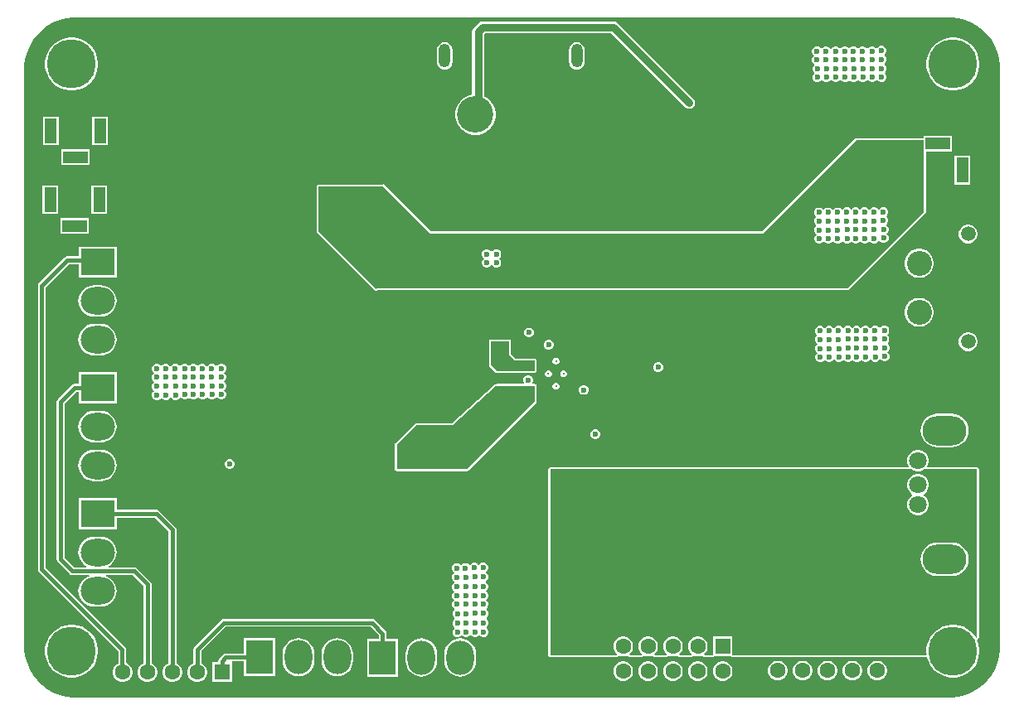
<source format=gbr>
%TF.GenerationSoftware,Altium Limited,Altium Designer,22.5.1 (42)*%
G04 Layer_Physical_Order=2*
G04 Layer_Color=36540*
%FSLAX44Y44*%
%MOMM*%
%TF.SameCoordinates,15DEB0BC-4505-4058-9DE8-AE4841CA441A*%
%TF.FilePolarity,Positive*%
%TF.FileFunction,Copper,L2,Inr,Signal*%
%TF.Part,Single*%
G01*
G75*
%TA.AperFunction,Conductor*%
%ADD29C,0.8000*%
%ADD30C,0.3810*%
%TA.AperFunction,ComponentPad*%
%ADD32C,2.5500*%
%ADD33C,1.5080*%
%ADD34C,0.3000*%
%ADD35O,3.5000X2.8000*%
%ADD36R,3.5000X2.8000*%
%ADD37R,2.5000X1.2000*%
%ADD38R,1.2000X2.5000*%
%ADD39C,1.6000*%
%ADD40R,1.6000X1.6000*%
%ADD41C,1.8000*%
%ADD42R,1.8000X1.8000*%
%ADD43O,4.5000X3.0000*%
%ADD44C,3.7160*%
%ADD45R,3.7160X3.7160*%
%ADD46O,1.2000X2.4000*%
%ADD47C,5.0000*%
%ADD48O,2.8000X3.5000*%
%ADD49R,2.8000X3.5000*%
%TA.AperFunction,ViaPad*%
%ADD50C,0.6000*%
%ADD51C,0.8000*%
G36*
X448641Y347881D02*
X455524Y346975D01*
X462230Y345178D01*
X468644Y342521D01*
X474657Y339050D01*
X480164Y334824D01*
X485074Y329914D01*
X489300Y324407D01*
X492771Y318394D01*
X495428Y311980D01*
X497225Y305274D01*
X498131Y298391D01*
Y294920D01*
X498131Y-294920D01*
X498131Y-298391D01*
X497225Y-305274D01*
X495428Y-311980D01*
X492771Y-318394D01*
X489300Y-324407D01*
X485074Y-329915D01*
X480164Y-334824D01*
X474657Y-339050D01*
X468644Y-342521D01*
X462230Y-345178D01*
X455524Y-346975D01*
X448641Y-347881D01*
X-448641D01*
X-455524Y-346975D01*
X-462230Y-345178D01*
X-468644Y-342521D01*
X-474657Y-339050D01*
X-480164Y-334824D01*
X-485074Y-329914D01*
X-489300Y-324407D01*
X-492771Y-318395D01*
X-495428Y-311980D01*
X-497225Y-305274D01*
X-498131Y-298391D01*
Y-294920D01*
Y294920D01*
Y298391D01*
X-497225Y305274D01*
X-495428Y311980D01*
X-492771Y318394D01*
X-489300Y324407D01*
X-485074Y329914D01*
X-480164Y334824D01*
X-474657Y339050D01*
X-468644Y342521D01*
X-462230Y345178D01*
X-455524Y346975D01*
X-448641Y347881D01*
X-445170D01*
X445170Y347881D01*
X448641Y347881D01*
D02*
G37*
%LPC*%
G36*
X377995Y318500D02*
X376006D01*
X374168Y317739D01*
X372937Y316508D01*
X372484Y316347D01*
X371417Y316404D01*
X370332Y317489D01*
X368495Y318250D01*
X366506D01*
X364668Y317489D01*
X363261Y316082D01*
X363260Y316079D01*
X361990D01*
X361989Y316082D01*
X360582Y317489D01*
X358745Y318250D01*
X356755D01*
X354918Y317489D01*
X353937Y316508D01*
X353125Y316220D01*
X352313Y316508D01*
X351332Y317489D01*
X349495Y318250D01*
X347505D01*
X345668Y317489D01*
X344955Y316776D01*
X344125Y316180D01*
X343295Y316776D01*
X342582Y317489D01*
X340745Y318250D01*
X338755D01*
X336918Y317489D01*
X335687Y316258D01*
X335234Y316097D01*
X334166Y316155D01*
X333082Y317239D01*
X331245Y318000D01*
X329255D01*
X327418Y317239D01*
X326011Y315832D01*
X326010Y315829D01*
X324740D01*
X324739Y315832D01*
X323332Y317239D01*
X321495Y318000D01*
X319506D01*
X317668Y317239D01*
X316687Y316258D01*
X315875Y315970D01*
X315063Y316258D01*
X314082Y317239D01*
X312245Y318000D01*
X310255D01*
X308418Y317239D01*
X307011Y315832D01*
X306250Y313995D01*
Y312005D01*
X307011Y310168D01*
X307724Y309455D01*
X308320Y308625D01*
X307724Y307795D01*
X307011Y307082D01*
X306250Y305245D01*
Y303255D01*
X307011Y301418D01*
X308099Y300330D01*
X308376Y299799D01*
X308169Y298740D01*
X307261Y297832D01*
X306500Y295994D01*
Y294005D01*
X307261Y292168D01*
X307974Y291455D01*
X308570Y290625D01*
X307974Y289795D01*
X307261Y289082D01*
X306500Y287244D01*
Y285255D01*
X307261Y283418D01*
X308668Y282011D01*
X310505Y281250D01*
X312495D01*
X314332Y282011D01*
X315313Y282992D01*
X316125Y283280D01*
X316937Y282992D01*
X317918Y282011D01*
X319755Y281250D01*
X321745D01*
X323582Y282011D01*
X324989Y283418D01*
X324990Y283421D01*
X326260D01*
X326261Y283418D01*
X327668Y282011D01*
X329506Y281250D01*
X331495D01*
X333332Y282011D01*
X334563Y283242D01*
X335016Y283403D01*
X336083Y283345D01*
X337168Y282261D01*
X339006Y281500D01*
X340995D01*
X342832Y282261D01*
X343545Y282974D01*
X344375Y283570D01*
X345205Y282974D01*
X345918Y282261D01*
X347756Y281500D01*
X349745D01*
X351582Y282261D01*
X352563Y283242D01*
X353375Y283530D01*
X354187Y283242D01*
X355168Y282261D01*
X357006Y281500D01*
X358995D01*
X360832Y282261D01*
X362239Y283668D01*
X362240Y283671D01*
X363510D01*
X363511Y283668D01*
X364918Y282261D01*
X366755Y281500D01*
X368745D01*
X370582Y282261D01*
X371813Y283492D01*
X372266Y283653D01*
X373334Y283595D01*
X374418Y282511D01*
X376255Y281750D01*
X378245D01*
X380082Y282511D01*
X381489Y283918D01*
X382250Y285755D01*
Y287745D01*
X381489Y289582D01*
X380776Y290295D01*
X380180Y291125D01*
X380776Y291955D01*
X381489Y292668D01*
X382250Y294505D01*
Y296495D01*
X381489Y298332D01*
X380401Y299420D01*
X380124Y299951D01*
X380331Y301010D01*
X381239Y301918D01*
X382000Y303755D01*
Y305744D01*
X381239Y307582D01*
X380526Y308295D01*
X379930Y309125D01*
X380526Y309955D01*
X381239Y310668D01*
X382000Y312505D01*
Y314494D01*
X381239Y316332D01*
X379832Y317739D01*
X377995Y318500D01*
D02*
G37*
G36*
X66000Y322319D02*
X63912Y322044D01*
X61965Y321238D01*
X60294Y319956D01*
X59012Y318284D01*
X58206Y316338D01*
X57931Y314250D01*
Y302250D01*
X58206Y300162D01*
X59012Y298216D01*
X60294Y296544D01*
X61965Y295262D01*
X63912Y294456D01*
X66000Y294181D01*
X68088Y294456D01*
X70034Y295262D01*
X71706Y296544D01*
X72988Y298216D01*
X73794Y300162D01*
X74069Y302250D01*
Y314250D01*
X73794Y316338D01*
X72988Y318284D01*
X71706Y319956D01*
X70034Y321238D01*
X68088Y322044D01*
X66000Y322319D01*
D02*
G37*
G36*
X-69000D02*
X-71088Y322044D01*
X-73035Y321238D01*
X-74706Y319956D01*
X-75988Y318284D01*
X-76794Y316338D01*
X-77069Y314250D01*
Y302250D01*
X-76794Y300162D01*
X-75988Y298216D01*
X-74706Y296544D01*
X-73035Y295262D01*
X-71088Y294456D01*
X-69000Y294181D01*
X-66912Y294456D01*
X-64966Y295262D01*
X-63294Y296544D01*
X-62012Y298216D01*
X-61206Y300162D01*
X-60931Y302250D01*
Y314250D01*
X-61206Y316338D01*
X-62012Y318284D01*
X-63294Y319956D01*
X-64966Y321238D01*
X-66912Y322044D01*
X-69000Y322319D01*
D02*
G37*
G36*
X452125Y327000D02*
X447875D01*
X443677Y326335D01*
X439636Y325022D01*
X435849Y323092D01*
X432411Y320594D01*
X429406Y317589D01*
X426908Y314151D01*
X424978Y310364D01*
X423665Y306322D01*
X423000Y302125D01*
Y297875D01*
X423665Y293678D01*
X424978Y289636D01*
X426908Y285849D01*
X429406Y282411D01*
X432411Y279406D01*
X435849Y276908D01*
X439636Y274978D01*
X443677Y273665D01*
X447875Y273000D01*
X452125D01*
X456323Y273665D01*
X460364Y274978D01*
X464151Y276908D01*
X467589Y279406D01*
X470594Y282411D01*
X473092Y285849D01*
X475022Y289636D01*
X476335Y293678D01*
X477000Y297875D01*
Y302125D01*
X476335Y306322D01*
X475022Y310364D01*
X473092Y314151D01*
X470594Y317589D01*
X467589Y320594D01*
X464151Y323092D01*
X460364Y325022D01*
X456323Y326335D01*
X452125Y327000D01*
D02*
G37*
G36*
X-447875D02*
X-452125D01*
X-456323Y326335D01*
X-460364Y325022D01*
X-464151Y323092D01*
X-467589Y320594D01*
X-470594Y317589D01*
X-473092Y314151D01*
X-475022Y310364D01*
X-476335Y306322D01*
X-477000Y302125D01*
Y297875D01*
X-476335Y293678D01*
X-475022Y289636D01*
X-473092Y285849D01*
X-470594Y282411D01*
X-467589Y279406D01*
X-464151Y276908D01*
X-460364Y274978D01*
X-456323Y273665D01*
X-452125Y273000D01*
X-447875D01*
X-443677Y273665D01*
X-439636Y274978D01*
X-435849Y276908D01*
X-432411Y279406D01*
X-429406Y282411D01*
X-426908Y285849D01*
X-424978Y289636D01*
X-423665Y293678D01*
X-423000Y297875D01*
Y302125D01*
X-423665Y306322D01*
X-424978Y310364D01*
X-426908Y314151D01*
X-429406Y317589D01*
X-432411Y320594D01*
X-435849Y323092D01*
X-439636Y325022D01*
X-443677Y326335D01*
X-447875Y327000D01*
D02*
G37*
G36*
X103500Y343618D02*
X-30064D01*
X-32405Y343152D01*
X-34390Y341826D01*
X-39076Y337140D01*
X-40402Y335155D01*
X-40868Y332814D01*
Y268563D01*
X-43503Y268039D01*
X-47248Y266488D01*
X-50619Y264235D01*
X-53485Y261369D01*
X-55738Y257998D01*
X-57289Y254253D01*
X-58080Y250277D01*
Y246223D01*
X-57289Y242247D01*
X-55738Y238502D01*
X-53485Y235131D01*
X-50619Y232264D01*
X-47248Y230012D01*
X-43503Y228461D01*
X-39527Y227670D01*
X-35473D01*
X-31497Y228461D01*
X-27752Y230012D01*
X-24381Y232264D01*
X-21514Y235131D01*
X-19262Y238502D01*
X-17711Y242247D01*
X-16920Y246223D01*
Y250277D01*
X-17711Y254253D01*
X-19262Y257998D01*
X-21514Y261369D01*
X-24381Y264235D01*
X-27752Y266488D01*
X-28633Y266853D01*
Y330280D01*
X-27530Y331382D01*
X100966D01*
X176424Y255924D01*
X176925Y255590D01*
X177351Y255163D01*
X177908Y254933D01*
X178409Y254598D01*
X179000Y254481D01*
X179557Y254250D01*
X180159D01*
X180750Y254132D01*
X181341Y254250D01*
X181943D01*
X182500Y254481D01*
X183091Y254598D01*
X183592Y254933D01*
X184149Y255163D01*
X184575Y255590D01*
X185076Y255924D01*
X185410Y256425D01*
X185837Y256851D01*
X186067Y257408D01*
X186402Y257909D01*
X186519Y258500D01*
X186750Y259056D01*
Y259659D01*
X186868Y260250D01*
X186750Y260841D01*
Y261444D01*
X186519Y262000D01*
X186402Y262591D01*
X186067Y263092D01*
X185837Y263649D01*
X185410Y264075D01*
X185076Y264576D01*
X107826Y341826D01*
X105841Y343152D01*
X103500Y343618D01*
D02*
G37*
G36*
X-413000Y246250D02*
X-429000D01*
Y217250D01*
X-413000D01*
Y246250D01*
D02*
G37*
G36*
X-463000D02*
X-479000D01*
Y217250D01*
X-463000D01*
Y246250D01*
D02*
G37*
G36*
X-431500Y212750D02*
X-460500D01*
Y196750D01*
X-431500D01*
Y212750D01*
D02*
G37*
G36*
X467750Y206000D02*
X451750D01*
Y177000D01*
X467750D01*
Y206000D01*
D02*
G37*
G36*
X-413750Y176000D02*
X-429750D01*
Y147000D01*
X-413750D01*
Y176000D01*
D02*
G37*
G36*
X-463750D02*
X-479750D01*
Y147000D01*
X-463750D01*
Y176000D01*
D02*
G37*
G36*
X449250Y226500D02*
X420250D01*
Y224289D01*
X352500D01*
X352119Y224213D01*
X351734Y224140D01*
X351728Y224135D01*
X351720Y224134D01*
X351395Y223917D01*
X351069Y223703D01*
X254915Y129039D01*
X-82405D01*
X-130058Y176692D01*
X-130720Y177134D01*
X-131500Y177289D01*
X-132280Y177134D01*
X-132796Y176789D01*
X-197750D01*
X-198530Y176634D01*
X-199192Y176192D01*
X-199634Y175530D01*
X-199789Y174750D01*
Y129250D01*
X-199789Y129250D01*
X-199634Y128470D01*
X-199192Y127808D01*
X-199192Y127808D01*
X-140192Y68808D01*
X-139530Y68366D01*
X-138750Y68211D01*
X-137970Y68366D01*
X-137454Y68711D01*
X342000D01*
X342780Y68866D01*
X343442Y69308D01*
X343442Y69308D01*
X421692Y147558D01*
X422134Y148220D01*
X422289Y149000D01*
Y210500D01*
X449250D01*
Y226500D01*
D02*
G37*
G36*
X-432250Y142500D02*
X-461250D01*
Y126500D01*
X-432250D01*
Y142500D01*
D02*
G37*
G36*
X466756Y135790D02*
X464244D01*
X461818Y135140D01*
X459642Y133884D01*
X457866Y132108D01*
X456610Y129932D01*
X455960Y127506D01*
Y124994D01*
X456610Y122568D01*
X457866Y120392D01*
X459642Y118616D01*
X461818Y117360D01*
X464244Y116710D01*
X466756D01*
X469182Y117360D01*
X471358Y118616D01*
X473134Y120392D01*
X474390Y122568D01*
X475040Y124994D01*
Y127506D01*
X474390Y129932D01*
X473134Y132108D01*
X471358Y133884D01*
X469182Y135140D01*
X466756Y135790D01*
D02*
G37*
G36*
X416953Y111000D02*
X414047D01*
X411198Y110433D01*
X408513Y109321D01*
X406097Y107707D01*
X404043Y105653D01*
X402429Y103237D01*
X401317Y100552D01*
X400750Y97703D01*
Y94797D01*
X401317Y91948D01*
X402429Y89263D01*
X404043Y86847D01*
X406097Y84793D01*
X408513Y83179D01*
X411198Y82067D01*
X414047Y81500D01*
X416953D01*
X419802Y82067D01*
X422487Y83179D01*
X424903Y84793D01*
X426957Y86847D01*
X428571Y89263D01*
X429683Y91948D01*
X430250Y94797D01*
Y97703D01*
X429683Y100552D01*
X428571Y103237D01*
X426957Y105653D01*
X424903Y107707D01*
X422487Y109321D01*
X419802Y110433D01*
X416953Y111000D01*
D02*
G37*
G36*
X-404000Y113500D02*
X-443000D01*
Y103482D01*
X-454500D01*
X-456024Y103178D01*
X-457315Y102315D01*
X-483315Y76315D01*
X-484178Y75024D01*
X-484482Y73500D01*
Y-216250D01*
X-484178Y-217774D01*
X-483315Y-219065D01*
X-402145Y-300236D01*
Y-312461D01*
X-403940Y-313498D01*
X-405802Y-315360D01*
X-407118Y-317640D01*
X-407800Y-320183D01*
Y-322817D01*
X-407118Y-325360D01*
X-405802Y-327640D01*
X-403940Y-329502D01*
X-401660Y-330818D01*
X-399117Y-331500D01*
X-396483D01*
X-393940Y-330818D01*
X-391660Y-329502D01*
X-389798Y-327640D01*
X-388481Y-325360D01*
X-387800Y-322817D01*
Y-320183D01*
X-388481Y-317640D01*
X-389798Y-315360D01*
X-391660Y-313498D01*
X-393940Y-312181D01*
X-394182Y-312117D01*
Y-298587D01*
X-394484Y-297063D01*
X-395348Y-295772D01*
X-476519Y-214601D01*
Y71851D01*
X-452851Y95519D01*
X-443000D01*
Y81500D01*
X-404000D01*
Y113500D01*
D02*
G37*
G36*
X-420000Y73977D02*
X-427000D01*
X-430136Y73668D01*
X-433153Y72754D01*
X-435932Y71268D01*
X-438368Y69268D01*
X-440368Y66832D01*
X-441854Y64053D01*
X-442769Y61037D01*
X-443077Y57900D01*
X-442769Y54763D01*
X-441854Y51747D01*
X-440368Y48968D01*
X-438368Y46532D01*
X-435932Y44532D01*
X-433153Y43046D01*
X-430136Y42132D01*
X-427000Y41823D01*
X-420000D01*
X-416864Y42132D01*
X-413847Y43046D01*
X-411068Y44532D01*
X-408632Y46532D01*
X-406632Y48968D01*
X-405146Y51747D01*
X-404231Y54763D01*
X-403923Y57900D01*
X-404231Y61037D01*
X-405146Y64053D01*
X-406632Y66832D01*
X-408632Y69268D01*
X-411068Y71268D01*
X-413847Y72754D01*
X-416864Y73668D01*
X-420000Y73977D01*
D02*
G37*
G36*
X416953Y61000D02*
X414047D01*
X411198Y60433D01*
X408513Y59321D01*
X406097Y57707D01*
X404043Y55653D01*
X402429Y53237D01*
X401317Y50552D01*
X400750Y47703D01*
Y44797D01*
X401317Y41948D01*
X402429Y39263D01*
X404043Y36847D01*
X406097Y34793D01*
X408513Y33179D01*
X411198Y32067D01*
X414047Y31500D01*
X416953D01*
X419802Y32067D01*
X422487Y33179D01*
X424903Y34793D01*
X426957Y36847D01*
X428571Y39263D01*
X429683Y41948D01*
X430250Y44797D01*
Y47703D01*
X429683Y50552D01*
X428571Y53237D01*
X426957Y55653D01*
X424903Y57707D01*
X422487Y59321D01*
X419802Y60433D01*
X416953Y61000D01*
D02*
G37*
G36*
X380995Y32750D02*
X379006D01*
X377168Y31989D01*
X375937Y30758D01*
X375484Y30597D01*
X374417Y30654D01*
X373332Y31739D01*
X371495Y32500D01*
X369506D01*
X367668Y31739D01*
X366261Y30332D01*
X366260Y30329D01*
X364990D01*
X364989Y30332D01*
X363582Y31739D01*
X361745Y32500D01*
X359756D01*
X357918Y31739D01*
X356937Y30758D01*
X356125Y30470D01*
X355313Y30758D01*
X354332Y31739D01*
X352495Y32500D01*
X350505D01*
X348668Y31739D01*
X347955Y31026D01*
X347125Y30430D01*
X346295Y31026D01*
X345582Y31739D01*
X343745Y32500D01*
X341755D01*
X339918Y31739D01*
X338687Y30508D01*
X338234Y30347D01*
X337166Y30405D01*
X336082Y31489D01*
X334245Y32250D01*
X332255D01*
X330418Y31489D01*
X329011Y30082D01*
X329010Y30079D01*
X327740D01*
X327739Y30082D01*
X326332Y31489D01*
X324495Y32250D01*
X322505D01*
X320668Y31489D01*
X319687Y30508D01*
X318875Y30220D01*
X318063Y30508D01*
X317082Y31489D01*
X315245Y32250D01*
X313255D01*
X311418Y31489D01*
X310011Y30082D01*
X309250Y28245D01*
Y26255D01*
X310011Y24418D01*
X310724Y23705D01*
X311320Y22875D01*
X310724Y22045D01*
X310011Y21332D01*
X309250Y19495D01*
Y17505D01*
X310011Y15668D01*
X311099Y14580D01*
X311376Y14049D01*
X311169Y12990D01*
X310261Y12082D01*
X309500Y10244D01*
Y8255D01*
X310261Y6418D01*
X310974Y5705D01*
X311570Y4875D01*
X310974Y4045D01*
X310261Y3332D01*
X309500Y1495D01*
Y-495D01*
X310261Y-2332D01*
X311668Y-3739D01*
X313505Y-4500D01*
X315495D01*
X317332Y-3739D01*
X318313Y-2758D01*
X319125Y-2470D01*
X319937Y-2758D01*
X320918Y-3739D01*
X322756Y-4500D01*
X324745D01*
X326582Y-3739D01*
X327989Y-2332D01*
X327990Y-2329D01*
X329260D01*
X329261Y-2332D01*
X330668Y-3739D01*
X332505Y-4500D01*
X334495D01*
X336332Y-3739D01*
X337563Y-2508D01*
X338016Y-2347D01*
X339084Y-2405D01*
X340168Y-3489D01*
X342006Y-4250D01*
X343995D01*
X345832Y-3489D01*
X346545Y-2776D01*
X347375Y-2180D01*
X348205Y-2776D01*
X348918Y-3489D01*
X350756Y-4250D01*
X352745D01*
X354582Y-3489D01*
X355563Y-2508D01*
X356375Y-2220D01*
X357187Y-2508D01*
X358168Y-3489D01*
X360005Y-4250D01*
X361995D01*
X363832Y-3489D01*
X365239Y-2082D01*
X365240Y-2079D01*
X366510D01*
X366511Y-2082D01*
X367918Y-3489D01*
X369756Y-4250D01*
X371745D01*
X373582Y-3489D01*
X374813Y-2258D01*
X375266Y-2097D01*
X376334Y-2155D01*
X377418Y-3239D01*
X379255Y-4000D01*
X381245D01*
X383082Y-3239D01*
X384489Y-1832D01*
X385250Y5D01*
Y1995D01*
X384489Y3832D01*
X383776Y4545D01*
X383180Y5375D01*
X383776Y6205D01*
X384489Y6918D01*
X385250Y8755D01*
Y10745D01*
X384489Y12582D01*
X383401Y13670D01*
X383124Y14201D01*
X383331Y15260D01*
X384239Y16168D01*
X385000Y18005D01*
Y19994D01*
X384239Y21832D01*
X383526Y22545D01*
X382930Y23375D01*
X383526Y24205D01*
X384239Y24918D01*
X385000Y26755D01*
Y28744D01*
X384239Y30582D01*
X382832Y31989D01*
X380995Y32750D01*
D02*
G37*
G36*
X17995Y30500D02*
X16005D01*
X14168Y29739D01*
X12761Y28332D01*
X12000Y26495D01*
Y24505D01*
X12761Y22668D01*
X14168Y21261D01*
X16005Y20500D01*
X17995D01*
X19832Y21261D01*
X21239Y22668D01*
X22000Y24505D01*
Y26495D01*
X21239Y28332D01*
X19832Y29739D01*
X17995Y30500D01*
D02*
G37*
G36*
X38245Y18000D02*
X36255D01*
X34418Y17239D01*
X33011Y15832D01*
X32250Y13995D01*
Y12005D01*
X33011Y10168D01*
X34418Y8761D01*
X36255Y8000D01*
X38245D01*
X40082Y8761D01*
X41489Y10168D01*
X42250Y12005D01*
Y13995D01*
X41489Y15832D01*
X40082Y17239D01*
X38245Y18000D01*
D02*
G37*
G36*
X466756Y25790D02*
X464244D01*
X461818Y25140D01*
X459642Y23884D01*
X457866Y22108D01*
X456610Y19932D01*
X455960Y17506D01*
Y14994D01*
X456610Y12568D01*
X457866Y10392D01*
X459642Y8616D01*
X461818Y7360D01*
X464244Y6710D01*
X466756D01*
X469182Y7360D01*
X471358Y8616D01*
X473134Y10392D01*
X474390Y12568D01*
X475040Y14994D01*
Y17506D01*
X474390Y19932D01*
X473134Y22108D01*
X471358Y23884D01*
X469182Y25140D01*
X466756Y25790D01*
D02*
G37*
G36*
X-420000Y34377D02*
X-427000D01*
X-430136Y34069D01*
X-433153Y33154D01*
X-435932Y31668D01*
X-438368Y29669D01*
X-440368Y27232D01*
X-441854Y24453D01*
X-442769Y21437D01*
X-443077Y18300D01*
X-442769Y15164D01*
X-441854Y12147D01*
X-440368Y9368D01*
X-438368Y6932D01*
X-435932Y4932D01*
X-433153Y3446D01*
X-430136Y2531D01*
X-427000Y2223D01*
X-420000D01*
X-416864Y2531D01*
X-413847Y3446D01*
X-411068Y4932D01*
X-408632Y6932D01*
X-406632Y9368D01*
X-405146Y12147D01*
X-404231Y15164D01*
X-403923Y18300D01*
X-404231Y21437D01*
X-405146Y24453D01*
X-406632Y27232D01*
X-408632Y29669D01*
X-411068Y31668D01*
X-413847Y33154D01*
X-416864Y34069D01*
X-420000Y34377D01*
D02*
G37*
G36*
X45446Y-250D02*
X44054D01*
X42767Y-783D01*
X41783Y-1767D01*
X41250Y-3054D01*
Y-4446D01*
X41783Y-5733D01*
X42767Y-6717D01*
X44054Y-7250D01*
X45446D01*
X46733Y-6717D01*
X47717Y-5733D01*
X48250Y-4446D01*
Y-3054D01*
X47717Y-1767D01*
X46733Y-783D01*
X45446Y-250D01*
D02*
G37*
G36*
X-296255Y-6000D02*
X-298244D01*
X-300082Y-6761D01*
X-301313Y-7992D01*
X-301766Y-8153D01*
X-302833Y-8095D01*
X-303918Y-7011D01*
X-305755Y-6250D01*
X-307745D01*
X-309582Y-7011D01*
X-310989Y-8418D01*
X-310990Y-8421D01*
X-312260D01*
X-312261Y-8418D01*
X-313668Y-7011D01*
X-315505Y-6250D01*
X-317495D01*
X-319332Y-7011D01*
X-320313Y-7992D01*
X-321125Y-8281D01*
X-321937Y-7992D01*
X-322918Y-7011D01*
X-324755Y-6250D01*
X-326745D01*
X-328582Y-7011D01*
X-329295Y-7724D01*
X-330125Y-8320D01*
X-330955Y-7724D01*
X-331668Y-7011D01*
X-333505Y-6250D01*
X-335495D01*
X-337332Y-7011D01*
X-338563Y-8242D01*
X-339016Y-8403D01*
X-340084Y-8345D01*
X-341168Y-7261D01*
X-343005Y-6500D01*
X-344995D01*
X-346832Y-7261D01*
X-348239Y-8668D01*
X-348240Y-8671D01*
X-349510D01*
X-349511Y-8668D01*
X-350918Y-7261D01*
X-352755Y-6500D01*
X-354745D01*
X-356582Y-7261D01*
X-357563Y-8242D01*
X-358375Y-8530D01*
X-359187Y-8242D01*
X-360168Y-7261D01*
X-362005Y-6500D01*
X-363995D01*
X-365832Y-7261D01*
X-367239Y-8668D01*
X-368000Y-10505D01*
Y-12495D01*
X-367239Y-14332D01*
X-366526Y-15045D01*
X-365930Y-15875D01*
X-366526Y-16705D01*
X-367239Y-17418D01*
X-368000Y-19255D01*
Y-21245D01*
X-367239Y-23082D01*
X-366151Y-24170D01*
X-365874Y-24701D01*
X-366081Y-25760D01*
X-366989Y-26668D01*
X-367750Y-28505D01*
Y-30495D01*
X-366989Y-32332D01*
X-366276Y-33045D01*
X-365680Y-33875D01*
X-366276Y-34705D01*
X-366989Y-35418D01*
X-367750Y-37255D01*
Y-39245D01*
X-366989Y-41082D01*
X-365582Y-42489D01*
X-363745Y-43250D01*
X-361755D01*
X-359918Y-42489D01*
X-358937Y-41508D01*
X-358125Y-41220D01*
X-357313Y-41508D01*
X-356332Y-42489D01*
X-354495Y-43250D01*
X-352505D01*
X-350668Y-42489D01*
X-349261Y-41082D01*
X-349260Y-41079D01*
X-347990D01*
X-347989Y-41082D01*
X-346582Y-42489D01*
X-344744Y-43250D01*
X-342755D01*
X-340918Y-42489D01*
X-339687Y-41258D01*
X-339234Y-41097D01*
X-338167Y-41155D01*
X-337082Y-42239D01*
X-335244Y-43000D01*
X-333255D01*
X-331418Y-42239D01*
X-330705Y-41526D01*
X-329875Y-40930D01*
X-329045Y-41526D01*
X-328332Y-42239D01*
X-326494Y-43000D01*
X-324505D01*
X-322668Y-42239D01*
X-321687Y-41258D01*
X-320875Y-40970D01*
X-320063Y-41258D01*
X-319082Y-42239D01*
X-317244Y-43000D01*
X-315255D01*
X-313418Y-42239D01*
X-312011Y-40832D01*
X-312010Y-40829D01*
X-310740D01*
X-310739Y-40832D01*
X-309332Y-42239D01*
X-307495Y-43000D01*
X-305505D01*
X-303668Y-42239D01*
X-302437Y-41008D01*
X-301984Y-40847D01*
X-300917Y-40905D01*
X-299832Y-41989D01*
X-297994Y-42750D01*
X-296005D01*
X-294168Y-41989D01*
X-292761Y-40582D01*
X-292000Y-38745D01*
Y-36755D01*
X-292761Y-34918D01*
X-293474Y-34205D01*
X-294070Y-33375D01*
X-293474Y-32545D01*
X-292761Y-31832D01*
X-292000Y-29995D01*
Y-28005D01*
X-292761Y-26168D01*
X-293849Y-25080D01*
X-294126Y-24548D01*
X-293919Y-23490D01*
X-293011Y-22582D01*
X-292250Y-20745D01*
Y-18756D01*
X-293011Y-16918D01*
X-293724Y-16205D01*
X-294320Y-15375D01*
X-293724Y-14545D01*
X-293011Y-13832D01*
X-292250Y-11995D01*
Y-10006D01*
X-293011Y-8168D01*
X-294418Y-6761D01*
X-296255Y-6000D01*
D02*
G37*
G36*
X149995Y-5000D02*
X148005D01*
X146168Y-5761D01*
X144761Y-7168D01*
X144000Y-9005D01*
Y-10995D01*
X144761Y-12832D01*
X146168Y-14239D01*
X148005Y-15000D01*
X149995D01*
X151832Y-14239D01*
X153239Y-12832D01*
X154000Y-10995D01*
Y-9005D01*
X153239Y-7168D01*
X151832Y-5761D01*
X149995Y-5000D01*
D02*
G37*
G36*
X-3250Y18539D02*
X-21750D01*
X-22530Y18384D01*
X-23192Y17942D01*
X-23634Y17280D01*
X-23789Y16500D01*
Y-7500D01*
X-23789Y-7500D01*
X-23634Y-8280D01*
X-23192Y-8942D01*
X-23192Y-8942D01*
X-17192Y-14942D01*
X-16530Y-15384D01*
X-15750Y-15539D01*
X22750Y-15539D01*
X23530Y-15384D01*
X24192Y-14942D01*
X24634Y-14280D01*
X24789Y-13500D01*
Y-3250D01*
X24634Y-2470D01*
X24192Y-1808D01*
X23530Y-1366D01*
X22750Y-1211D01*
X3845D01*
X-1211Y3845D01*
Y16500D01*
X-1366Y17280D01*
X-1808Y17942D01*
X-2470Y18384D01*
X-3250Y18539D01*
D02*
G37*
G36*
X53196Y-13000D02*
X51804D01*
X50517Y-13533D01*
X49533Y-14517D01*
X49000Y-15804D01*
Y-17196D01*
X49533Y-18483D01*
X50517Y-19467D01*
X51804Y-20000D01*
X53196D01*
X54483Y-19467D01*
X55467Y-18483D01*
X56000Y-17196D01*
Y-15804D01*
X55467Y-14517D01*
X54483Y-13533D01*
X53196Y-13000D01*
D02*
G37*
G36*
X37696D02*
X36304D01*
X35017Y-13533D01*
X34033Y-14517D01*
X33500Y-15804D01*
Y-17196D01*
X34033Y-18483D01*
X35017Y-19467D01*
X36304Y-20000D01*
X37696D01*
X38983Y-19467D01*
X39967Y-18483D01*
X40500Y-17196D01*
Y-15804D01*
X39967Y-14517D01*
X38983Y-13533D01*
X37696Y-13000D01*
D02*
G37*
G36*
X17188Y-18043D02*
X15199D01*
X13362Y-18804D01*
X11955Y-20210D01*
X11194Y-22048D01*
Y-24037D01*
X11879Y-25691D01*
X11381Y-26961D01*
X-15937D01*
X-15985Y-26970D01*
X-16033Y-26963D01*
X-16373Y-27048D01*
X-16717Y-27116D01*
X-16758Y-27143D01*
X-16805Y-27155D01*
X-17868Y-27655D01*
X-18114Y-27836D01*
X-18376Y-27995D01*
X-61291Y-67211D01*
X-98250D01*
X-99030Y-67366D01*
X-99692Y-67808D01*
X-99692Y-67808D01*
X-119192Y-87308D01*
X-119634Y-87970D01*
X-119789Y-88750D01*
Y-114000D01*
X-119634Y-114780D01*
X-119192Y-115442D01*
X-118530Y-115884D01*
X-117750Y-116039D01*
X-46000D01*
X-45220Y-115884D01*
X-44558Y-115442D01*
X24442Y-46442D01*
X24884Y-45780D01*
X25039Y-45000D01*
Y-29000D01*
X24884Y-28220D01*
X24442Y-27558D01*
X23780Y-27116D01*
X23000Y-26961D01*
X21006D01*
X20509Y-25691D01*
X21194Y-24037D01*
Y-22048D01*
X20433Y-20210D01*
X19026Y-18804D01*
X17188Y-18043D01*
D02*
G37*
G36*
X45446Y-25750D02*
X44054D01*
X42767Y-26283D01*
X41783Y-27267D01*
X41250Y-28554D01*
Y-29946D01*
X41783Y-31233D01*
X42767Y-32217D01*
X44054Y-32750D01*
X45446D01*
X46733Y-32217D01*
X47717Y-31233D01*
X48250Y-29946D01*
Y-28554D01*
X47717Y-27267D01*
X46733Y-26283D01*
X45446Y-25750D01*
D02*
G37*
G36*
X73995Y-28000D02*
X72005D01*
X70168Y-28761D01*
X68761Y-30168D01*
X68000Y-32005D01*
Y-33995D01*
X68761Y-35832D01*
X70168Y-37239D01*
X72005Y-38000D01*
X73995D01*
X75832Y-37239D01*
X77239Y-35832D01*
X78000Y-33995D01*
Y-32005D01*
X77239Y-30168D01*
X75832Y-28761D01*
X73995Y-28000D01*
D02*
G37*
G36*
X-404000Y-15000D02*
X-443000D01*
Y-27018D01*
X-447000D01*
X-448524Y-27322D01*
X-449815Y-28185D01*
X-464065Y-42435D01*
X-464928Y-43726D01*
X-465232Y-45250D01*
Y-206250D01*
X-464928Y-207774D01*
X-464065Y-209065D01*
X-452065Y-221065D01*
X-450774Y-221928D01*
X-449250Y-222232D01*
X-432204D01*
X-432016Y-223501D01*
X-433153Y-223846D01*
X-435932Y-225332D01*
X-438368Y-227332D01*
X-440368Y-229768D01*
X-441854Y-232547D01*
X-442769Y-235564D01*
X-443077Y-238700D01*
X-442769Y-241836D01*
X-441854Y-244853D01*
X-440368Y-247632D01*
X-438368Y-250068D01*
X-435932Y-252068D01*
X-433153Y-253554D01*
X-430136Y-254468D01*
X-427000Y-254777D01*
X-420000D01*
X-416864Y-254468D01*
X-413847Y-253554D01*
X-411068Y-252068D01*
X-408632Y-250068D01*
X-406632Y-247632D01*
X-405146Y-244853D01*
X-404231Y-241836D01*
X-403923Y-238700D01*
X-404231Y-235564D01*
X-405146Y-232547D01*
X-406632Y-229768D01*
X-408632Y-227332D01*
X-411068Y-225332D01*
X-413847Y-223846D01*
X-414984Y-223501D01*
X-414796Y-222232D01*
X-387399D01*
X-376381Y-233249D01*
Y-312252D01*
X-378540Y-313498D01*
X-380402Y-315360D01*
X-381718Y-317640D01*
X-382400Y-320183D01*
Y-322817D01*
X-381718Y-325360D01*
X-380402Y-327640D01*
X-378540Y-329502D01*
X-376260Y-330818D01*
X-373717Y-331500D01*
X-371083D01*
X-368540Y-330818D01*
X-366260Y-329502D01*
X-364398Y-327640D01*
X-363082Y-325360D01*
X-362400Y-322817D01*
Y-320183D01*
X-363082Y-317640D01*
X-364398Y-315360D01*
X-366260Y-313498D01*
X-368419Y-312252D01*
Y-231600D01*
X-368722Y-230076D01*
X-369585Y-228785D01*
X-382935Y-215435D01*
X-384226Y-214572D01*
X-385750Y-214268D01*
X-411743D01*
X-412061Y-212999D01*
X-411068Y-212468D01*
X-408632Y-210468D01*
X-406632Y-208032D01*
X-405146Y-205252D01*
X-404231Y-202236D01*
X-403923Y-199100D01*
X-404231Y-195963D01*
X-405146Y-192947D01*
X-406632Y-190168D01*
X-408632Y-187731D01*
X-411068Y-185732D01*
X-413847Y-184246D01*
X-416864Y-183332D01*
X-420000Y-183023D01*
X-427000D01*
X-430136Y-183332D01*
X-433153Y-184246D01*
X-435932Y-185732D01*
X-438368Y-187731D01*
X-440368Y-190168D01*
X-441854Y-192947D01*
X-442769Y-195963D01*
X-443077Y-199100D01*
X-442769Y-202236D01*
X-441854Y-205252D01*
X-440368Y-208032D01*
X-438368Y-210468D01*
X-435932Y-212468D01*
X-434939Y-212999D01*
X-435257Y-214268D01*
X-447601D01*
X-457268Y-204601D01*
Y-46899D01*
X-445351Y-34982D01*
X-443000D01*
Y-47000D01*
X-404000D01*
Y-15000D01*
D02*
G37*
G36*
X85745Y-73500D02*
X83755D01*
X81918Y-74261D01*
X80511Y-75668D01*
X79750Y-77505D01*
Y-79495D01*
X80511Y-81332D01*
X81918Y-82739D01*
X83755Y-83500D01*
X85745D01*
X87582Y-82739D01*
X88989Y-81332D01*
X89750Y-79495D01*
Y-77505D01*
X88989Y-75668D01*
X87582Y-74261D01*
X85745Y-73500D01*
D02*
G37*
G36*
X-420000Y-54523D02*
X-427000D01*
X-430136Y-54832D01*
X-433153Y-55746D01*
X-435932Y-57232D01*
X-438368Y-59232D01*
X-440368Y-61668D01*
X-441854Y-64447D01*
X-442769Y-67463D01*
X-443077Y-70600D01*
X-442769Y-73737D01*
X-441854Y-76753D01*
X-440368Y-79532D01*
X-438368Y-81968D01*
X-435932Y-83968D01*
X-433153Y-85454D01*
X-430136Y-86369D01*
X-427000Y-86677D01*
X-420000D01*
X-416864Y-86369D01*
X-413847Y-85454D01*
X-411068Y-83968D01*
X-408632Y-81968D01*
X-406632Y-79532D01*
X-405146Y-76753D01*
X-404231Y-73737D01*
X-403923Y-70600D01*
X-404231Y-67463D01*
X-405146Y-64447D01*
X-406632Y-61668D01*
X-408632Y-59232D01*
X-411068Y-57232D01*
X-413847Y-55746D01*
X-416864Y-54832D01*
X-420000Y-54523D01*
D02*
G37*
G36*
X449000Y-57518D02*
X434000D01*
X430667Y-57846D01*
X427463Y-58818D01*
X424510Y-60397D01*
X421921Y-62521D01*
X419797Y-65110D01*
X418218Y-68063D01*
X417246Y-71267D01*
X416918Y-74600D01*
X417246Y-77933D01*
X418218Y-81137D01*
X419797Y-84090D01*
X421921Y-86679D01*
X424510Y-88803D01*
X427463Y-90382D01*
X430667Y-91354D01*
X434000Y-91682D01*
X449000D01*
X452333Y-91354D01*
X455537Y-90382D01*
X458490Y-88803D01*
X461079Y-86679D01*
X463203Y-84090D01*
X464782Y-81137D01*
X465754Y-77933D01*
X466082Y-74600D01*
X465754Y-71267D01*
X464782Y-68063D01*
X463203Y-65110D01*
X461079Y-62521D01*
X458490Y-60397D01*
X455537Y-58818D01*
X452333Y-57846D01*
X449000Y-57518D01*
D02*
G37*
G36*
X-287505Y-103750D02*
X-289495D01*
X-291332Y-104511D01*
X-292739Y-105918D01*
X-293500Y-107755D01*
Y-109745D01*
X-292739Y-111582D01*
X-291332Y-112989D01*
X-289495Y-113750D01*
X-287505D01*
X-285668Y-112989D01*
X-284261Y-111582D01*
X-283500Y-109745D01*
Y-107755D01*
X-284261Y-105918D01*
X-285668Y-104511D01*
X-287505Y-103750D01*
D02*
G37*
G36*
X-420000Y-94123D02*
X-427000D01*
X-430136Y-94431D01*
X-433153Y-95346D01*
X-435932Y-96832D01*
X-438368Y-98832D01*
X-440368Y-101268D01*
X-441854Y-104047D01*
X-442769Y-107063D01*
X-443077Y-110200D01*
X-442769Y-113336D01*
X-441854Y-116353D01*
X-440368Y-119132D01*
X-438368Y-121568D01*
X-435932Y-123568D01*
X-433153Y-125054D01*
X-430136Y-125969D01*
X-427000Y-126277D01*
X-420000D01*
X-416864Y-125969D01*
X-413847Y-125054D01*
X-411068Y-123568D01*
X-408632Y-121568D01*
X-406632Y-119132D01*
X-405146Y-116353D01*
X-404231Y-113336D01*
X-403923Y-110200D01*
X-404231Y-107063D01*
X-405146Y-104047D01*
X-406632Y-101268D01*
X-408632Y-98832D01*
X-411068Y-96832D01*
X-413847Y-95346D01*
X-416864Y-94431D01*
X-420000Y-94123D01*
D02*
G37*
G36*
X-28755Y-209750D02*
X-30745D01*
X-32582Y-210511D01*
X-33295Y-211224D01*
X-34125Y-211820D01*
X-34955Y-211224D01*
X-35668Y-210511D01*
X-37505Y-209750D01*
X-39495D01*
X-41332Y-210511D01*
X-42420Y-211599D01*
X-42951Y-211876D01*
X-44010Y-211669D01*
X-44918Y-210761D01*
X-46755Y-210000D01*
X-48745D01*
X-50582Y-210761D01*
X-51295Y-211474D01*
X-52125Y-212070D01*
X-52955Y-211474D01*
X-53668Y-210761D01*
X-55505Y-210000D01*
X-57495D01*
X-59332Y-210761D01*
X-60739Y-212168D01*
X-61500Y-214005D01*
Y-215995D01*
X-60739Y-217832D01*
X-59508Y-219063D01*
X-59347Y-219516D01*
X-59405Y-220583D01*
X-60489Y-221668D01*
X-61250Y-223505D01*
Y-225495D01*
X-60489Y-227332D01*
X-59082Y-228739D01*
X-59079Y-228740D01*
Y-230010D01*
X-59082Y-230011D01*
X-60489Y-231418D01*
X-61250Y-233255D01*
Y-235245D01*
X-60489Y-237082D01*
X-59508Y-238063D01*
X-59220Y-238875D01*
X-59508Y-239687D01*
X-60489Y-240668D01*
X-61250Y-242505D01*
Y-244495D01*
X-60489Y-246332D01*
X-59776Y-247045D01*
X-59180Y-247875D01*
X-59776Y-248705D01*
X-60489Y-249418D01*
X-61250Y-251255D01*
Y-253245D01*
X-60489Y-255082D01*
X-59258Y-256313D01*
X-59097Y-256766D01*
X-59155Y-257833D01*
X-60239Y-258918D01*
X-61000Y-260756D01*
Y-262745D01*
X-60239Y-264582D01*
X-58832Y-265989D01*
X-58829Y-265990D01*
Y-267260D01*
X-58832Y-267261D01*
X-60239Y-268668D01*
X-61000Y-270506D01*
Y-272495D01*
X-60239Y-274332D01*
X-59258Y-275313D01*
X-58970Y-276125D01*
X-59258Y-276937D01*
X-60239Y-277918D01*
X-61000Y-279755D01*
Y-281745D01*
X-60239Y-283582D01*
X-58832Y-284989D01*
X-56995Y-285750D01*
X-55005D01*
X-53168Y-284989D01*
X-52455Y-284276D01*
X-51625Y-283680D01*
X-50795Y-284276D01*
X-50082Y-284989D01*
X-48245Y-285750D01*
X-46255D01*
X-44418Y-284989D01*
X-43330Y-283901D01*
X-42799Y-283624D01*
X-41740Y-283831D01*
X-40832Y-284739D01*
X-38995Y-285500D01*
X-37006D01*
X-35168Y-284739D01*
X-34455Y-284026D01*
X-33625Y-283430D01*
X-32795Y-284026D01*
X-32082Y-284739D01*
X-30245Y-285500D01*
X-28256D01*
X-26418Y-284739D01*
X-25011Y-283332D01*
X-24250Y-281495D01*
Y-279506D01*
X-25011Y-277668D01*
X-25992Y-276687D01*
X-26281Y-275875D01*
X-25992Y-275063D01*
X-25011Y-274082D01*
X-24250Y-272245D01*
Y-270255D01*
X-25011Y-268418D01*
X-26418Y-267011D01*
X-26421Y-267010D01*
Y-265740D01*
X-26418Y-265739D01*
X-25011Y-264332D01*
X-24250Y-262495D01*
Y-260505D01*
X-25011Y-258668D01*
X-26242Y-257437D01*
X-26403Y-256984D01*
X-26345Y-255917D01*
X-25261Y-254832D01*
X-24500Y-252995D01*
Y-251005D01*
X-25261Y-249168D01*
X-25974Y-248455D01*
X-26570Y-247625D01*
X-25974Y-246795D01*
X-25261Y-246082D01*
X-24500Y-244245D01*
Y-242255D01*
X-25261Y-240418D01*
X-26242Y-239437D01*
X-26530Y-238625D01*
X-26242Y-237813D01*
X-25261Y-236832D01*
X-24500Y-234995D01*
Y-233005D01*
X-25261Y-231168D01*
X-26668Y-229761D01*
X-26671Y-229760D01*
Y-228490D01*
X-26668Y-228489D01*
X-25261Y-227082D01*
X-24500Y-225245D01*
Y-223255D01*
X-25261Y-221418D01*
X-26492Y-220187D01*
X-26653Y-219734D01*
X-26595Y-218666D01*
X-25511Y-217582D01*
X-24750Y-215745D01*
Y-213755D01*
X-25511Y-211918D01*
X-26918Y-210511D01*
X-28755Y-209750D01*
D02*
G37*
G36*
X-241850Y-286750D02*
X-273850D01*
Y-302269D01*
X-292500D01*
X-294024Y-302572D01*
X-295315Y-303435D01*
X-299015Y-307135D01*
X-299878Y-308426D01*
X-300182Y-309950D01*
Y-311500D01*
X-306200D01*
Y-331500D01*
X-286200D01*
Y-311500D01*
X-286200D01*
X-286196Y-310231D01*
X-273850D01*
Y-325750D01*
X-241850D01*
Y-286750D01*
D02*
G37*
G36*
X-178650Y-286673D02*
X-181786Y-286982D01*
X-184803Y-287896D01*
X-187582Y-289382D01*
X-190018Y-291382D01*
X-192018Y-293818D01*
X-193504Y-296597D01*
X-194419Y-299613D01*
X-194727Y-302750D01*
Y-309750D01*
X-194419Y-312887D01*
X-193504Y-315903D01*
X-192018Y-318682D01*
X-190018Y-321119D01*
X-187582Y-323118D01*
X-184803Y-324604D01*
X-181786Y-325518D01*
X-178650Y-325827D01*
X-175513Y-325518D01*
X-172497Y-324604D01*
X-169718Y-323118D01*
X-167281Y-321119D01*
X-165282Y-318682D01*
X-163796Y-315903D01*
X-162882Y-312887D01*
X-162573Y-309750D01*
Y-302750D01*
X-162882Y-299613D01*
X-163796Y-296597D01*
X-165282Y-293818D01*
X-167281Y-291382D01*
X-169718Y-289382D01*
X-172497Y-287896D01*
X-175513Y-286982D01*
X-178650Y-286673D01*
D02*
G37*
G36*
X-218250D02*
X-221387Y-286982D01*
X-224403Y-287896D01*
X-227182Y-289382D01*
X-229618Y-291382D01*
X-231618Y-293818D01*
X-233104Y-296597D01*
X-234018Y-299613D01*
X-234327Y-302750D01*
Y-309750D01*
X-234018Y-312887D01*
X-233104Y-315903D01*
X-231618Y-318682D01*
X-229618Y-321119D01*
X-227182Y-323118D01*
X-224403Y-324604D01*
X-221387Y-325518D01*
X-218250Y-325827D01*
X-215114Y-325518D01*
X-212097Y-324604D01*
X-209318Y-323118D01*
X-206882Y-321119D01*
X-204882Y-318682D01*
X-203396Y-315903D01*
X-202481Y-312887D01*
X-202173Y-309750D01*
Y-302750D01*
X-202481Y-299613D01*
X-203396Y-296597D01*
X-204882Y-293818D01*
X-206882Y-291382D01*
X-209318Y-289382D01*
X-212097Y-287896D01*
X-215114Y-286982D01*
X-218250Y-286673D01*
D02*
G37*
G36*
X-143250Y-267019D02*
X-294500D01*
X-296024Y-267322D01*
X-297315Y-268185D01*
X-324415Y-295285D01*
X-325278Y-296576D01*
X-325582Y-298100D01*
Y-312252D01*
X-327740Y-313498D01*
X-329602Y-315360D01*
X-330919Y-317640D01*
X-331600Y-320183D01*
Y-322817D01*
X-330919Y-325360D01*
X-329602Y-327640D01*
X-327740Y-329502D01*
X-325460Y-330818D01*
X-322916Y-331500D01*
X-320283D01*
X-317740Y-330818D01*
X-315460Y-329502D01*
X-313598Y-327640D01*
X-312281Y-325360D01*
X-311600Y-322817D01*
Y-320183D01*
X-312281Y-317640D01*
X-313598Y-315360D01*
X-315460Y-313498D01*
X-317619Y-312252D01*
Y-299749D01*
X-292851Y-274981D01*
X-144899D01*
X-136332Y-283549D01*
Y-287000D01*
X-148350D01*
Y-326000D01*
X-116350D01*
Y-287000D01*
X-128369D01*
Y-281900D01*
X-128672Y-280376D01*
X-129535Y-279085D01*
X-140435Y-268185D01*
X-141726Y-267322D01*
X-141979Y-267271D01*
X-143250Y-267019D01*
D02*
G37*
G36*
X-53150Y-286923D02*
X-56287Y-287232D01*
X-59303Y-288146D01*
X-62082Y-289632D01*
X-64518Y-291632D01*
X-66518Y-294068D01*
X-68004Y-296847D01*
X-68918Y-299863D01*
X-69227Y-303000D01*
Y-310000D01*
X-68918Y-313137D01*
X-68004Y-316153D01*
X-66518Y-318932D01*
X-64518Y-321368D01*
X-62082Y-323368D01*
X-59303Y-324854D01*
X-56287Y-325769D01*
X-53150Y-326077D01*
X-50013Y-325769D01*
X-46997Y-324854D01*
X-44218Y-323368D01*
X-41782Y-321368D01*
X-39782Y-318932D01*
X-38296Y-316153D01*
X-37381Y-313137D01*
X-37073Y-310000D01*
Y-303000D01*
X-37381Y-299863D01*
X-38296Y-296847D01*
X-39782Y-294068D01*
X-41782Y-291632D01*
X-44218Y-289632D01*
X-46997Y-288146D01*
X-50013Y-287232D01*
X-53150Y-286923D01*
D02*
G37*
G36*
X-92750D02*
X-95886Y-287232D01*
X-98903Y-288146D01*
X-101682Y-289632D01*
X-104118Y-291632D01*
X-106118Y-294068D01*
X-107604Y-296847D01*
X-108518Y-299863D01*
X-108827Y-303000D01*
Y-310000D01*
X-108518Y-313137D01*
X-107604Y-316153D01*
X-106118Y-318932D01*
X-104118Y-321368D01*
X-101682Y-323368D01*
X-98903Y-324854D01*
X-95886Y-325769D01*
X-92750Y-326077D01*
X-89614Y-325769D01*
X-86597Y-324854D01*
X-83818Y-323368D01*
X-81382Y-321368D01*
X-79382Y-318932D01*
X-77896Y-316153D01*
X-76982Y-313137D01*
X-76673Y-310000D01*
Y-303000D01*
X-76982Y-299863D01*
X-77896Y-296847D01*
X-79382Y-294068D01*
X-81382Y-291632D01*
X-83818Y-289632D01*
X-86597Y-288146D01*
X-89614Y-287232D01*
X-92750Y-286923D01*
D02*
G37*
G36*
X415848Y-94300D02*
X412952D01*
X410154Y-95050D01*
X407646Y-96498D01*
X405598Y-98546D01*
X404150Y-101054D01*
X403400Y-103852D01*
Y-106748D01*
X404150Y-109546D01*
X404929Y-110895D01*
X404195Y-112165D01*
X39000D01*
X38220Y-112320D01*
X37558Y-112762D01*
X37116Y-113424D01*
X36961Y-114204D01*
Y-304000D01*
X37116Y-304780D01*
X37558Y-305442D01*
X38220Y-305884D01*
X39000Y-306039D01*
X106503D01*
X106603Y-306019D01*
X106704Y-306029D01*
X106990Y-305942D01*
X107284Y-305884D01*
X107368Y-305828D01*
X107465Y-305798D01*
X107697Y-305608D01*
X107945Y-305442D01*
X108002Y-305357D01*
X108080Y-305293D01*
X108200Y-305069D01*
X108390Y-304779D01*
X109537Y-304344D01*
X111983Y-305000D01*
X114616D01*
X117064Y-304344D01*
X118210Y-304779D01*
X118400Y-305069D01*
X118520Y-305293D01*
X118598Y-305357D01*
X118655Y-305442D01*
X118904Y-305608D01*
X119135Y-305798D01*
X119232Y-305828D01*
X119316Y-305884D01*
X119610Y-305942D01*
X119896Y-306029D01*
X119997Y-306019D01*
X120097Y-306039D01*
X131903D01*
X132003Y-306019D01*
X132104Y-306029D01*
X132390Y-305942D01*
X132684Y-305884D01*
X132768Y-305828D01*
X132865Y-305798D01*
X133097Y-305608D01*
X133345Y-305442D01*
X133402Y-305357D01*
X133480Y-305293D01*
X133600Y-305069D01*
X133790Y-304779D01*
X134937Y-304344D01*
X137383Y-305000D01*
X140016D01*
X142464Y-304344D01*
X143610Y-304779D01*
X143800Y-305069D01*
X143920Y-305293D01*
X143998Y-305357D01*
X144055Y-305442D01*
X144304Y-305608D01*
X144535Y-305798D01*
X144632Y-305828D01*
X144716Y-305884D01*
X145010Y-305942D01*
X145296Y-306029D01*
X145397Y-306019D01*
X145497Y-306039D01*
X157303D01*
X157403Y-306019D01*
X157504Y-306029D01*
X157790Y-305942D01*
X158084Y-305884D01*
X158168Y-305828D01*
X158265Y-305798D01*
X158497Y-305608D01*
X158745Y-305442D01*
X158802Y-305357D01*
X158880Y-305293D01*
X159000Y-305069D01*
X159190Y-304779D01*
X160336Y-304344D01*
X162784Y-305000D01*
X165417D01*
X167864Y-304344D01*
X169010Y-304779D01*
X169200Y-305069D01*
X169320Y-305293D01*
X169398Y-305357D01*
X169455Y-305442D01*
X169704Y-305608D01*
X169935Y-305798D01*
X170032Y-305828D01*
X170116Y-305884D01*
X170410Y-305942D01*
X170696Y-306029D01*
X170797Y-306019D01*
X170897Y-306039D01*
X182703D01*
X182803Y-306019D01*
X182904Y-306029D01*
X183190Y-305942D01*
X183484Y-305884D01*
X183568Y-305828D01*
X183665Y-305798D01*
X183897Y-305608D01*
X184145Y-305442D01*
X184202Y-305357D01*
X184280Y-305293D01*
X184400Y-305069D01*
X184590Y-304779D01*
X185737Y-304344D01*
X188183Y-305000D01*
X190816D01*
X193263Y-304344D01*
X194410Y-304779D01*
X194600Y-305069D01*
X194720Y-305293D01*
X194798Y-305357D01*
X194855Y-305442D01*
X195103Y-305608D01*
X195335Y-305798D01*
X195432Y-305828D01*
X195516Y-305884D01*
X195810Y-305942D01*
X196096Y-306029D01*
X196197Y-306019D01*
X196297Y-306039D01*
X204900D01*
X205680Y-305884D01*
X206342Y-305442D01*
X206637Y-305000D01*
X223163D01*
X223458Y-305442D01*
X224120Y-305884D01*
X224900Y-306039D01*
X422319D01*
X422334Y-306036D01*
X422450Y-306029D01*
X422479Y-306033D01*
X423370Y-306251D01*
X423855Y-306907D01*
X424978Y-310364D01*
X426908Y-314151D01*
X429406Y-317589D01*
X432411Y-320594D01*
X435849Y-323092D01*
X439636Y-325022D01*
X443677Y-326335D01*
X447875Y-327000D01*
X452125D01*
X456323Y-326335D01*
X460364Y-325022D01*
X464151Y-323092D01*
X467589Y-320594D01*
X470594Y-317589D01*
X473092Y-314151D01*
X475022Y-310364D01*
X476335Y-306322D01*
X477000Y-302125D01*
Y-297875D01*
X476335Y-293678D01*
X475022Y-289636D01*
X474728Y-289058D01*
X474937Y-288396D01*
X475280Y-287775D01*
X475480Y-287642D01*
X475699Y-287541D01*
X475808Y-287423D01*
X475942Y-287333D01*
X476076Y-287133D01*
X476239Y-286957D01*
X476295Y-286805D01*
X476384Y-286672D01*
X476431Y-286436D01*
X476514Y-286210D01*
X476508Y-286049D01*
X476539Y-285891D01*
Y-114204D01*
X476384Y-113424D01*
X475942Y-112762D01*
X475280Y-112320D01*
X474500Y-112165D01*
X424605D01*
X423872Y-110895D01*
X424650Y-109546D01*
X425400Y-106748D01*
Y-103852D01*
X424650Y-101054D01*
X423202Y-98546D01*
X421154Y-96498D01*
X418646Y-95050D01*
X415848Y-94300D01*
D02*
G37*
G36*
X-447875Y-273000D02*
X-452125D01*
X-456323Y-273665D01*
X-460364Y-274978D01*
X-464151Y-276908D01*
X-467589Y-279406D01*
X-470594Y-282411D01*
X-473092Y-285849D01*
X-475022Y-289636D01*
X-476335Y-293678D01*
X-477000Y-297875D01*
Y-302125D01*
X-476335Y-306322D01*
X-475022Y-310364D01*
X-473092Y-314151D01*
X-470594Y-317589D01*
X-467589Y-320594D01*
X-464151Y-323092D01*
X-460364Y-325022D01*
X-456323Y-326335D01*
X-452125Y-327000D01*
X-447875D01*
X-443677Y-326335D01*
X-439636Y-325022D01*
X-435849Y-323092D01*
X-432411Y-320594D01*
X-429406Y-317589D01*
X-426908Y-314151D01*
X-424978Y-310364D01*
X-423665Y-306322D01*
X-423000Y-302125D01*
Y-297875D01*
X-423665Y-293678D01*
X-424978Y-289636D01*
X-426908Y-285849D01*
X-429406Y-282411D01*
X-432411Y-279406D01*
X-435849Y-276908D01*
X-439636Y-274978D01*
X-443677Y-273665D01*
X-447875Y-273000D01*
D02*
G37*
G36*
X374016Y-309900D02*
X371384D01*
X368840Y-310581D01*
X366560Y-311898D01*
X364698Y-313760D01*
X363382Y-316040D01*
X362700Y-318584D01*
Y-321217D01*
X363382Y-323760D01*
X364698Y-326040D01*
X366560Y-327902D01*
X368840Y-329218D01*
X371384Y-329900D01*
X374016D01*
X376560Y-329218D01*
X378840Y-327902D01*
X380702Y-326040D01*
X382019Y-323760D01*
X382700Y-321217D01*
Y-318584D01*
X382019Y-316040D01*
X380702Y-313760D01*
X378840Y-311898D01*
X376560Y-310581D01*
X374016Y-309900D01*
D02*
G37*
G36*
X348616D02*
X345984D01*
X343440Y-310581D01*
X341160Y-311898D01*
X339298Y-313760D01*
X337981Y-316040D01*
X337300Y-318584D01*
Y-321217D01*
X337981Y-323760D01*
X339298Y-326040D01*
X341160Y-327902D01*
X343440Y-329218D01*
X345984Y-329900D01*
X348616D01*
X351160Y-329218D01*
X353440Y-327902D01*
X355302Y-326040D01*
X356618Y-323760D01*
X357300Y-321217D01*
Y-318584D01*
X356618Y-316040D01*
X355302Y-313760D01*
X353440Y-311898D01*
X351160Y-310581D01*
X348616Y-309900D01*
D02*
G37*
G36*
X323217D02*
X320583D01*
X318040Y-310581D01*
X315760Y-311898D01*
X313898Y-313760D01*
X312582Y-316040D01*
X311900Y-318584D01*
Y-321217D01*
X312582Y-323760D01*
X313898Y-326040D01*
X315760Y-327902D01*
X318040Y-329218D01*
X320583Y-329900D01*
X323217D01*
X325760Y-329218D01*
X328040Y-327902D01*
X329902Y-326040D01*
X331218Y-323760D01*
X331900Y-321217D01*
Y-318584D01*
X331218Y-316040D01*
X329902Y-313760D01*
X328040Y-311898D01*
X325760Y-310581D01*
X323217Y-309900D01*
D02*
G37*
G36*
X297817D02*
X295184D01*
X292640Y-310581D01*
X290360Y-311898D01*
X288498Y-313760D01*
X287181Y-316040D01*
X286500Y-318584D01*
Y-321217D01*
X287181Y-323760D01*
X288498Y-326040D01*
X290360Y-327902D01*
X292640Y-329218D01*
X295184Y-329900D01*
X297817D01*
X300360Y-329218D01*
X302640Y-327902D01*
X304502Y-326040D01*
X305819Y-323760D01*
X306500Y-321217D01*
Y-318584D01*
X305819Y-316040D01*
X304502Y-313760D01*
X302640Y-311898D01*
X300360Y-310581D01*
X297817Y-309900D01*
D02*
G37*
G36*
X272416D02*
X269783D01*
X267240Y-310581D01*
X264960Y-311898D01*
X263098Y-313760D01*
X261782Y-316040D01*
X261100Y-318584D01*
Y-321217D01*
X261782Y-323760D01*
X263098Y-326040D01*
X264960Y-327902D01*
X267240Y-329218D01*
X269783Y-329900D01*
X272416D01*
X274960Y-329218D01*
X277240Y-327902D01*
X279102Y-326040D01*
X280418Y-323760D01*
X281100Y-321217D01*
Y-318584D01*
X280418Y-316040D01*
X279102Y-313760D01*
X277240Y-311898D01*
X274960Y-310581D01*
X272416Y-309900D01*
D02*
G37*
G36*
X216217Y-310400D02*
X213584D01*
X211040Y-311082D01*
X208760Y-312398D01*
X206898Y-314260D01*
X205581Y-316540D01*
X204900Y-319083D01*
Y-321716D01*
X205581Y-324260D01*
X206898Y-326540D01*
X208760Y-328402D01*
X211040Y-329719D01*
X213584Y-330400D01*
X216217D01*
X218760Y-329719D01*
X221040Y-328402D01*
X222902Y-326540D01*
X224219Y-324260D01*
X224900Y-321716D01*
Y-319083D01*
X224219Y-316540D01*
X222902Y-314260D01*
X221040Y-312398D01*
X218760Y-311082D01*
X216217Y-310400D01*
D02*
G37*
G36*
X190816D02*
X188183D01*
X185640Y-311082D01*
X183360Y-312398D01*
X181498Y-314260D01*
X180182Y-316540D01*
X179500Y-319083D01*
Y-321716D01*
X180182Y-324260D01*
X181498Y-326540D01*
X183360Y-328402D01*
X185640Y-329719D01*
X188183Y-330400D01*
X190816D01*
X193360Y-329719D01*
X195640Y-328402D01*
X197502Y-326540D01*
X198818Y-324260D01*
X199500Y-321716D01*
Y-319083D01*
X198818Y-316540D01*
X197502Y-314260D01*
X195640Y-312398D01*
X193360Y-311082D01*
X190816Y-310400D01*
D02*
G37*
G36*
X165417D02*
X162784D01*
X160240Y-311082D01*
X157960Y-312398D01*
X156098Y-314260D01*
X154782Y-316540D01*
X154100Y-319083D01*
Y-321716D01*
X154782Y-324260D01*
X156098Y-326540D01*
X157960Y-328402D01*
X160240Y-329719D01*
X162784Y-330400D01*
X165417D01*
X167960Y-329719D01*
X170240Y-328402D01*
X172102Y-326540D01*
X173419Y-324260D01*
X174100Y-321716D01*
Y-319083D01*
X173419Y-316540D01*
X172102Y-314260D01*
X170240Y-312398D01*
X167960Y-311082D01*
X165417Y-310400D01*
D02*
G37*
G36*
X140016D02*
X137383D01*
X134840Y-311082D01*
X132560Y-312398D01*
X130698Y-314260D01*
X129382Y-316540D01*
X128700Y-319083D01*
Y-321716D01*
X129382Y-324260D01*
X130698Y-326540D01*
X132560Y-328402D01*
X134840Y-329719D01*
X137383Y-330400D01*
X140016D01*
X142560Y-329719D01*
X144840Y-328402D01*
X146702Y-326540D01*
X148019Y-324260D01*
X148700Y-321716D01*
Y-319083D01*
X148019Y-316540D01*
X146702Y-314260D01*
X144840Y-312398D01*
X142560Y-311082D01*
X140016Y-310400D01*
D02*
G37*
G36*
X114616D02*
X111983D01*
X109440Y-311082D01*
X107160Y-312398D01*
X105298Y-314260D01*
X103982Y-316540D01*
X103300Y-319083D01*
Y-321716D01*
X103982Y-324260D01*
X105298Y-326540D01*
X107160Y-328402D01*
X109440Y-329719D01*
X111983Y-330400D01*
X114616D01*
X117160Y-329719D01*
X119440Y-328402D01*
X121302Y-326540D01*
X122619Y-324260D01*
X123300Y-321716D01*
Y-319083D01*
X122619Y-316540D01*
X121302Y-314260D01*
X119440Y-312398D01*
X117160Y-311082D01*
X114616Y-310400D01*
D02*
G37*
G36*
X-404000Y-143500D02*
X-443000D01*
Y-175500D01*
X-404000D01*
Y-163482D01*
X-364899D01*
X-350981Y-177399D01*
Y-312252D01*
X-353140Y-313498D01*
X-355002Y-315360D01*
X-356319Y-317640D01*
X-357000Y-320183D01*
Y-322817D01*
X-356319Y-325360D01*
X-355002Y-327640D01*
X-353140Y-329502D01*
X-350860Y-330818D01*
X-348316Y-331500D01*
X-345683D01*
X-343140Y-330818D01*
X-340860Y-329502D01*
X-338998Y-327640D01*
X-337682Y-325360D01*
X-337000Y-322817D01*
Y-320183D01*
X-337682Y-317640D01*
X-338998Y-315360D01*
X-340860Y-313498D01*
X-343018Y-312252D01*
Y-175750D01*
X-343321Y-174226D01*
X-344185Y-172935D01*
X-360435Y-156685D01*
X-361726Y-155822D01*
X-363250Y-155519D01*
X-404000D01*
Y-143500D01*
D02*
G37*
%LPD*%
G36*
X420250Y210500D02*
Y149000D01*
X342000Y70750D01*
X-138250D01*
X-138750Y70250D01*
X-197750Y129250D01*
Y174750D01*
X-132000D01*
X-131500Y175250D01*
X-83250Y127000D01*
X255750D01*
X352500Y222250D01*
X420250D01*
Y210500D01*
D02*
G37*
%LPC*%
G36*
X379995Y153750D02*
X378005D01*
X376168Y152989D01*
X374937Y151758D01*
X374484Y151597D01*
X373416Y151655D01*
X372332Y152739D01*
X370495Y153500D01*
X368505D01*
X366668Y152739D01*
X365261Y151332D01*
X365260Y151329D01*
X363990D01*
X363989Y151332D01*
X362582Y152739D01*
X360745Y153500D01*
X358755D01*
X356918Y152739D01*
X355937Y151758D01*
X355125Y151469D01*
X354313Y151758D01*
X353332Y152739D01*
X351494Y153500D01*
X349505D01*
X347668Y152739D01*
X346955Y152026D01*
X346125Y151430D01*
X345295Y152026D01*
X344582Y152739D01*
X342745Y153500D01*
X340755D01*
X338918Y152739D01*
X337687Y151508D01*
X337234Y151347D01*
X336166Y151405D01*
X335082Y152489D01*
X333245Y153250D01*
X331255D01*
X329418Y152489D01*
X328011Y151082D01*
X328010Y151079D01*
X326740D01*
X326739Y151082D01*
X325332Y152489D01*
X323495Y153250D01*
X321505D01*
X319668Y152489D01*
X318687Y151508D01*
X317875Y151220D01*
X317063Y151508D01*
X316082Y152489D01*
X314244Y153250D01*
X312255D01*
X310418Y152489D01*
X309011Y151082D01*
X308250Y149245D01*
Y147255D01*
X309011Y145418D01*
X309724Y144705D01*
X310320Y143875D01*
X309724Y143045D01*
X309011Y142332D01*
X308250Y140495D01*
Y138505D01*
X309011Y136668D01*
X310099Y135580D01*
X310376Y135049D01*
X310169Y133990D01*
X309261Y133082D01*
X308500Y131244D01*
Y129255D01*
X309261Y127418D01*
X309974Y126705D01*
X310570Y125875D01*
X309974Y125045D01*
X309261Y124332D01*
X308500Y122494D01*
Y120505D01*
X309261Y118668D01*
X310668Y117261D01*
X312505Y116500D01*
X314494D01*
X316332Y117261D01*
X317313Y118242D01*
X318125Y118530D01*
X318937Y118242D01*
X319918Y117261D01*
X321755Y116500D01*
X323745D01*
X325582Y117261D01*
X326989Y118668D01*
X326990Y118671D01*
X328260D01*
X328261Y118668D01*
X329668Y117261D01*
X331505Y116500D01*
X333495D01*
X335332Y117261D01*
X336563Y118492D01*
X337016Y118653D01*
X338083Y118595D01*
X339168Y117511D01*
X341005Y116750D01*
X342995D01*
X344832Y117511D01*
X345545Y118224D01*
X346375Y118820D01*
X347205Y118224D01*
X347918Y117511D01*
X349755Y116750D01*
X351745D01*
X353582Y117511D01*
X354563Y118492D01*
X355375Y118780D01*
X356187Y118492D01*
X357168Y117511D01*
X359006Y116750D01*
X360995D01*
X362832Y117511D01*
X364239Y118918D01*
X364240Y118921D01*
X365510D01*
X365511Y118918D01*
X366918Y117511D01*
X368755Y116750D01*
X370745D01*
X372582Y117511D01*
X373813Y118742D01*
X374266Y118903D01*
X375334Y118845D01*
X376418Y117761D01*
X378256Y117000D01*
X380245D01*
X382082Y117761D01*
X383489Y119168D01*
X384250Y121005D01*
Y122994D01*
X383489Y124832D01*
X382776Y125545D01*
X382180Y126375D01*
X382776Y127205D01*
X383489Y127918D01*
X384250Y129755D01*
Y131744D01*
X383489Y133582D01*
X382401Y134670D01*
X382124Y135202D01*
X382331Y136260D01*
X383239Y137168D01*
X384000Y139005D01*
Y140995D01*
X383239Y142832D01*
X382526Y143545D01*
X381930Y144375D01*
X382526Y145205D01*
X383239Y145918D01*
X384000Y147755D01*
Y149745D01*
X383239Y151582D01*
X381832Y152989D01*
X379995Y153750D01*
D02*
G37*
G36*
X-15255Y110750D02*
X-17244D01*
X-19082Y109989D01*
X-20489Y108582D01*
X-20490Y108579D01*
X-21760D01*
X-21761Y108582D01*
X-23168Y109989D01*
X-25005Y110750D01*
X-26995D01*
X-28832Y109989D01*
X-30239Y108582D01*
X-31000Y106744D01*
Y104755D01*
X-30239Y102918D01*
X-29526Y102205D01*
X-28930Y101375D01*
X-29526Y100545D01*
X-30239Y99832D01*
X-31000Y97994D01*
Y96005D01*
X-30239Y94168D01*
X-28832Y92761D01*
X-26995Y92000D01*
X-25005D01*
X-23168Y92761D01*
X-21761Y94168D01*
X-21760Y94171D01*
X-20490D01*
X-20489Y94168D01*
X-19082Y92761D01*
X-17244Y92000D01*
X-15255D01*
X-13418Y92761D01*
X-12011Y94168D01*
X-11250Y96005D01*
Y97994D01*
X-12011Y99832D01*
X-12724Y100545D01*
X-13320Y101375D01*
X-12724Y102205D01*
X-12011Y102918D01*
X-11250Y104755D01*
Y106744D01*
X-12011Y108582D01*
X-13418Y109989D01*
X-15255Y110750D01*
D02*
G37*
%LPD*%
G36*
X-3250Y3000D02*
X3000Y-3250D01*
X22750D01*
Y-13500D01*
X-15750Y-13500D01*
X-21750Y-7500D01*
Y16500D01*
X-3250D01*
Y3000D01*
D02*
G37*
G36*
X23000Y-45000D02*
X-46000Y-114000D01*
X-117750D01*
Y-88750D01*
X-98250Y-69250D01*
X-60500D01*
X-17000Y-29500D01*
X-17000D01*
X-15937Y-29000D01*
X23000D01*
Y-45000D01*
D02*
G37*
G36*
X474500Y-285891D02*
X473265Y-286188D01*
X473092Y-285849D01*
X470594Y-282411D01*
X467589Y-279406D01*
X464151Y-276908D01*
X460364Y-274978D01*
X456323Y-273665D01*
X452125Y-273000D01*
X447875D01*
X443677Y-273665D01*
X439636Y-274978D01*
X435849Y-276908D01*
X432411Y-279406D01*
X429406Y-282411D01*
X426908Y-285849D01*
X424978Y-289636D01*
X423665Y-293678D01*
X423000Y-297875D01*
Y-302125D01*
X423144Y-303034D01*
X422319Y-304000D01*
X224900D01*
Y-285000D01*
X204900D01*
Y-304000D01*
X196297D01*
X195912Y-302730D01*
X197502Y-301140D01*
X198818Y-298860D01*
X199500Y-296317D01*
Y-293683D01*
X198818Y-291140D01*
X197502Y-288860D01*
X195640Y-286998D01*
X193360Y-285681D01*
X190816Y-285000D01*
X188183D01*
X185640Y-285681D01*
X183360Y-286998D01*
X181498Y-288860D01*
X180182Y-291140D01*
X179500Y-293683D01*
Y-296317D01*
X180182Y-298860D01*
X181498Y-301140D01*
X183088Y-302730D01*
X182703Y-304000D01*
X170897D01*
X170512Y-302730D01*
X172102Y-301140D01*
X173419Y-298860D01*
X174100Y-296317D01*
Y-293683D01*
X173419Y-291140D01*
X172102Y-288860D01*
X170240Y-286998D01*
X167960Y-285681D01*
X165417Y-285000D01*
X162784D01*
X160240Y-285681D01*
X157960Y-286998D01*
X156098Y-288860D01*
X154782Y-291140D01*
X154100Y-293683D01*
Y-296317D01*
X154782Y-298860D01*
X156098Y-301140D01*
X157688Y-302730D01*
X157303Y-304000D01*
X145497D01*
X145112Y-302730D01*
X146702Y-301140D01*
X148019Y-298860D01*
X148700Y-296317D01*
Y-293683D01*
X148019Y-291140D01*
X146702Y-288860D01*
X144840Y-286998D01*
X142560Y-285681D01*
X140016Y-285000D01*
X137383D01*
X134840Y-285681D01*
X132560Y-286998D01*
X130698Y-288860D01*
X129382Y-291140D01*
X128700Y-293683D01*
Y-296317D01*
X129382Y-298860D01*
X130698Y-301140D01*
X132288Y-302730D01*
X131903Y-304000D01*
X120097D01*
X119712Y-302730D01*
X121302Y-301140D01*
X122619Y-298860D01*
X123300Y-296317D01*
Y-293683D01*
X122619Y-291140D01*
X121302Y-288860D01*
X119440Y-286998D01*
X117160Y-285681D01*
X114616Y-285000D01*
X111983D01*
X109440Y-285681D01*
X107160Y-286998D01*
X105298Y-288860D01*
X103982Y-291140D01*
X103300Y-293683D01*
Y-296317D01*
X103982Y-298860D01*
X105298Y-301140D01*
X106888Y-302730D01*
X106503Y-304000D01*
X39000D01*
Y-114204D01*
X407822D01*
X410154Y-115550D01*
X412952Y-116300D01*
X415848D01*
X418646Y-115550D01*
X420978Y-114204D01*
X474500D01*
Y-285891D01*
D02*
G37*
%LPC*%
G36*
X415848Y-119300D02*
X412952D01*
X410154Y-120050D01*
X407646Y-121498D01*
X405598Y-123546D01*
X404150Y-126054D01*
X403400Y-128852D01*
Y-131748D01*
X404150Y-134546D01*
X405598Y-137054D01*
X407646Y-139102D01*
X408621Y-139665D01*
Y-140935D01*
X407646Y-141498D01*
X405598Y-143546D01*
X404150Y-146054D01*
X403400Y-148852D01*
Y-151748D01*
X404150Y-154546D01*
X405598Y-157054D01*
X407646Y-159102D01*
X410154Y-160550D01*
X412952Y-161300D01*
X415848D01*
X418646Y-160550D01*
X421154Y-159102D01*
X423202Y-157054D01*
X424650Y-154546D01*
X425400Y-151748D01*
Y-148852D01*
X424650Y-146054D01*
X423202Y-143546D01*
X421154Y-141498D01*
X420179Y-140935D01*
Y-139665D01*
X421154Y-139102D01*
X423202Y-137054D01*
X424650Y-134546D01*
X425400Y-131748D01*
Y-128852D01*
X424650Y-126054D01*
X423202Y-123546D01*
X421154Y-121498D01*
X418646Y-120050D01*
X415848Y-119300D01*
D02*
G37*
G36*
X449000Y-188918D02*
X434000D01*
X430667Y-189246D01*
X427463Y-190218D01*
X424510Y-191797D01*
X421921Y-193921D01*
X419797Y-196510D01*
X418218Y-199463D01*
X417246Y-202667D01*
X416918Y-206000D01*
X417246Y-209333D01*
X418218Y-212537D01*
X419797Y-215490D01*
X421921Y-218079D01*
X424510Y-220203D01*
X427463Y-221782D01*
X430667Y-222754D01*
X434000Y-223082D01*
X449000D01*
X452333Y-222754D01*
X455537Y-221782D01*
X458490Y-220203D01*
X461079Y-218079D01*
X463203Y-215490D01*
X464782Y-212537D01*
X465754Y-209333D01*
X466082Y-206000D01*
X465754Y-202667D01*
X464782Y-199463D01*
X463203Y-196510D01*
X461079Y-193921D01*
X458490Y-191797D01*
X455537Y-190218D01*
X452333Y-189246D01*
X449000Y-188918D01*
D02*
G37*
%LPD*%
D29*
X-34750Y251000D02*
Y332814D01*
X-30064Y337500D01*
X103500D02*
X180750Y260250D01*
X-30064Y337500D02*
X103500D01*
X-37500Y248250D02*
X-34750Y251000D01*
D30*
X-385750Y-218250D02*
X-372400Y-231600D01*
X-449250Y-218250D02*
X-385750D01*
X-447000Y-31000D02*
X-423500D01*
X-461250Y-45250D02*
X-447000Y-31000D01*
X-461250Y-206250D02*
X-449250Y-218250D01*
X-461250Y-206250D02*
Y-45250D01*
X-372400Y-321500D02*
Y-231600D01*
X-480500Y-216250D02*
Y73500D01*
Y-216250D02*
X-398163Y-298587D01*
Y-321137D02*
Y-298587D01*
X-480500Y73500D02*
X-454500Y99500D01*
X-398163Y-321137D02*
X-397800Y-321500D01*
X-423500Y-159500D02*
X-363250D01*
X-347000Y-175750D01*
Y-321500D02*
Y-175750D01*
X-454500Y99500D02*
X-425500D01*
X-423500Y97500D01*
X-143250Y-271000D02*
X-132350Y-281900D01*
Y-306500D02*
Y-281900D01*
X-294500Y-271000D02*
X-143250D01*
X-321600Y-298100D02*
X-294500Y-271000D01*
X-321600Y-321500D02*
Y-298100D01*
X-296200Y-321500D02*
Y-309950D01*
X-292500Y-306250D02*
X-257850D01*
X-296200Y-309950D02*
X-292500Y-306250D01*
X-321600Y-321500D02*
X-321250Y-321850D01*
D32*
X415500Y46250D02*
D03*
Y96250D02*
D03*
D33*
X465500Y16250D02*
D03*
Y126250D02*
D03*
D34*
X44750Y-3750D02*
D03*
Y-29250D02*
D03*
X37000Y-16500D02*
D03*
X52500D02*
D03*
D35*
X-423500Y-238700D02*
D03*
Y-199100D02*
D03*
Y18300D02*
D03*
Y57900D02*
D03*
Y-110200D02*
D03*
Y-70600D02*
D03*
D36*
Y-159500D02*
D03*
Y97500D02*
D03*
Y-31000D02*
D03*
D37*
X-446750Y134500D02*
D03*
X-446000Y204750D02*
D03*
X434750Y218500D02*
D03*
D38*
X-471750Y161500D02*
D03*
X-421750D02*
D03*
X-471000Y231750D02*
D03*
X-421000D02*
D03*
X459750Y191500D02*
D03*
X409750D02*
D03*
D39*
X113300Y-320400D02*
D03*
Y-295000D02*
D03*
X164100Y-320400D02*
D03*
Y-295000D02*
D03*
X214900Y-320400D02*
D03*
X189500D02*
D03*
Y-295000D02*
D03*
X138700D02*
D03*
Y-320400D02*
D03*
X296500Y-319900D02*
D03*
Y-294500D02*
D03*
X347300D02*
D03*
Y-319900D02*
D03*
X372700D02*
D03*
X321900Y-294500D02*
D03*
Y-319900D02*
D03*
X271100Y-294500D02*
D03*
Y-319900D02*
D03*
X-397800Y-321500D02*
D03*
X-347000Y-321500D02*
D03*
X-321600D02*
D03*
X-372400D02*
D03*
D40*
X214900Y-295000D02*
D03*
X372700Y-294500D02*
D03*
X-296200Y-321500D02*
D03*
D41*
X414400Y-130300D02*
D03*
X414400Y-105300D02*
D03*
X414400Y-150300D02*
D03*
D42*
Y-175300D02*
D03*
D43*
X441500Y-206000D02*
D03*
Y-74600D02*
D03*
D44*
X-37500Y248250D02*
D03*
D45*
X34500D02*
D03*
D46*
X-69000Y308250D02*
D03*
X66000D02*
D03*
D47*
X-450000Y300000D02*
D03*
X450000D02*
D03*
X-450000Y-300000D02*
D03*
X450000D02*
D03*
D48*
X-218250Y-306250D02*
D03*
X-178650D02*
D03*
X-92750Y-306500D02*
D03*
X-53150D02*
D03*
D49*
X-257850Y-306250D02*
D03*
X-132350Y-306500D02*
D03*
D50*
X-288500Y-108750D02*
D03*
X-38250Y-243250D02*
D03*
X-29500D02*
D03*
X-47500Y-243500D02*
D03*
X-56250D02*
D03*
X-38250Y-234000D02*
D03*
X-29500D02*
D03*
X-47500Y-234250D02*
D03*
X-56250D02*
D03*
X-38250Y-224250D02*
D03*
X-29500D02*
D03*
X-47500Y-224500D02*
D03*
X-56250D02*
D03*
X-38500Y-214750D02*
D03*
X-29750D02*
D03*
X-47750Y-215000D02*
D03*
X-56500D02*
D03*
X-56250Y-252250D02*
D03*
X-47500D02*
D03*
X-29500Y-252000D02*
D03*
X-38250D02*
D03*
X-56000Y-261750D02*
D03*
X-47250D02*
D03*
X-29250Y-261500D02*
D03*
X-38000D02*
D03*
X-56000Y-271500D02*
D03*
X-47250D02*
D03*
X-29250Y-271250D02*
D03*
X-38000D02*
D03*
X-56000Y-280750D02*
D03*
X-47250D02*
D03*
X-29250Y-280500D02*
D03*
X-38000D02*
D03*
X-325500Y-29250D02*
D03*
Y-38000D02*
D03*
X-325750Y-20000D02*
D03*
Y-11250D02*
D03*
X-316250Y-29250D02*
D03*
Y-38000D02*
D03*
X-316500Y-20000D02*
D03*
Y-11250D02*
D03*
X-306500Y-29250D02*
D03*
Y-38000D02*
D03*
X-306750Y-20000D02*
D03*
Y-11250D02*
D03*
X-297000Y-29000D02*
D03*
Y-37750D02*
D03*
X-297250Y-19750D02*
D03*
Y-11000D02*
D03*
X-334500Y-11250D02*
D03*
Y-20000D02*
D03*
X-334250Y-38000D02*
D03*
Y-29250D02*
D03*
X-344000Y-11500D02*
D03*
Y-20250D02*
D03*
X-343750Y-38250D02*
D03*
Y-29500D02*
D03*
X-353750Y-11500D02*
D03*
Y-20250D02*
D03*
X-353500Y-38250D02*
D03*
Y-29500D02*
D03*
X-363000Y-11500D02*
D03*
Y-20250D02*
D03*
X-362750Y-38250D02*
D03*
Y-29500D02*
D03*
X43000Y217250D02*
D03*
X16250Y217000D02*
D03*
X25000D02*
D03*
X34250Y217250D02*
D03*
X16500Y207500D02*
D03*
X25250D02*
D03*
X43250Y207750D02*
D03*
X34500D02*
D03*
X16500Y197750D02*
D03*
X25250D02*
D03*
X43250Y198000D02*
D03*
X34500D02*
D03*
Y180000D02*
D03*
X43250D02*
D03*
X25250Y179750D02*
D03*
X43250Y188750D02*
D03*
X16500Y179750D02*
D03*
X34750Y170500D02*
D03*
X43500D02*
D03*
X25500Y170250D02*
D03*
X16750D02*
D03*
X16500Y188500D02*
D03*
X25250D02*
D03*
X34500Y188750D02*
D03*
X25500Y151250D02*
D03*
X34750Y151500D02*
D03*
X43500D02*
D03*
X16750Y151250D02*
D03*
X34750Y160750D02*
D03*
X43500D02*
D03*
X25500Y160500D02*
D03*
X16750D02*
D03*
X-26000Y105750D02*
D03*
Y97000D02*
D03*
X-16250Y105750D02*
D03*
Y97000D02*
D03*
X84750Y-78500D02*
D03*
X31750Y277250D02*
D03*
X40500D02*
D03*
X22500Y277000D02*
D03*
X13750D02*
D03*
X31750Y286500D02*
D03*
X40500D02*
D03*
X22500Y286250D02*
D03*
X13750D02*
D03*
X31750Y296250D02*
D03*
X40500D02*
D03*
X22500Y296000D02*
D03*
X13750D02*
D03*
X31500Y305750D02*
D03*
X40250D02*
D03*
X22250Y305500D02*
D03*
X13500D02*
D03*
Y323500D02*
D03*
X22250D02*
D03*
X40250Y323750D02*
D03*
X31500D02*
D03*
X13500Y314250D02*
D03*
X22250D02*
D03*
X40250Y314500D02*
D03*
X31500D02*
D03*
X-335500Y311750D02*
D03*
X-354750Y311500D02*
D03*
X-364000D02*
D03*
X-401250Y311250D02*
D03*
X-345000Y311500D02*
D03*
X-372750D02*
D03*
X-382250Y311250D02*
D03*
X-392000D02*
D03*
X-355000Y329500D02*
D03*
X-354750Y320250D02*
D03*
X-345000D02*
D03*
X-335500Y320500D02*
D03*
X-345250Y329500D02*
D03*
X-335750Y329750D02*
D03*
Y338500D02*
D03*
X-355000Y338250D02*
D03*
X-345250D02*
D03*
X-373000Y329500D02*
D03*
X-392250Y329250D02*
D03*
X-392000Y320000D02*
D03*
X-372750Y320250D02*
D03*
X-392250Y338000D02*
D03*
X-401500Y329250D02*
D03*
X-382500D02*
D03*
Y338000D02*
D03*
X-364250Y329500D02*
D03*
Y338250D02*
D03*
X-373000D02*
D03*
X-401500Y338000D02*
D03*
X-401250Y320000D02*
D03*
X-382250D02*
D03*
X-364000Y320250D02*
D03*
X360750Y18750D02*
D03*
X370500D02*
D03*
X360750Y27500D02*
D03*
X380000Y27750D02*
D03*
Y19000D02*
D03*
X370500Y27500D02*
D03*
X370750Y750D02*
D03*
X361000Y9500D02*
D03*
Y750D02*
D03*
X380250Y9750D02*
D03*
Y1000D02*
D03*
X370750Y9500D02*
D03*
X351750D02*
D03*
X343000Y750D02*
D03*
Y9500D02*
D03*
X342750Y18750D02*
D03*
Y27500D02*
D03*
X351750Y750D02*
D03*
X351500Y27500D02*
D03*
Y18750D02*
D03*
X333500Y500D02*
D03*
X314250Y18500D02*
D03*
X323500D02*
D03*
X333250Y27250D02*
D03*
X314500Y9250D02*
D03*
Y500D02*
D03*
X323750Y9250D02*
D03*
X323500Y27250D02*
D03*
X333250Y18500D02*
D03*
X323750Y500D02*
D03*
X333500Y9250D02*
D03*
X314250Y27250D02*
D03*
X311500Y295000D02*
D03*
Y286250D02*
D03*
X311250Y304250D02*
D03*
Y313000D02*
D03*
X320750Y295000D02*
D03*
Y286250D02*
D03*
X320500Y304250D02*
D03*
Y313000D02*
D03*
X330500Y295000D02*
D03*
Y286250D02*
D03*
X330250Y304250D02*
D03*
Y313000D02*
D03*
X340000Y295250D02*
D03*
Y286500D02*
D03*
X339750Y304500D02*
D03*
Y313250D02*
D03*
X377000Y313500D02*
D03*
Y304750D02*
D03*
X377250Y286750D02*
D03*
Y295500D02*
D03*
X367500Y313250D02*
D03*
Y304500D02*
D03*
X367750Y286500D02*
D03*
Y295250D02*
D03*
X357750Y313250D02*
D03*
Y304500D02*
D03*
X358000Y286500D02*
D03*
Y295250D02*
D03*
X348500Y313250D02*
D03*
Y304500D02*
D03*
X348750Y286500D02*
D03*
Y295250D02*
D03*
X313500Y130250D02*
D03*
Y121500D02*
D03*
X313250Y139500D02*
D03*
Y148250D02*
D03*
X322750Y130250D02*
D03*
Y121500D02*
D03*
X322500Y139500D02*
D03*
Y148250D02*
D03*
X332500Y130250D02*
D03*
Y121500D02*
D03*
X332250Y139500D02*
D03*
Y148250D02*
D03*
X342000Y130500D02*
D03*
Y121750D02*
D03*
X341750Y139750D02*
D03*
Y148500D02*
D03*
X379000Y148750D02*
D03*
Y140000D02*
D03*
X379250Y122000D02*
D03*
Y130750D02*
D03*
X369500Y148500D02*
D03*
Y139750D02*
D03*
X369750Y121750D02*
D03*
Y130500D02*
D03*
X359750Y148500D02*
D03*
Y139750D02*
D03*
X360000Y121750D02*
D03*
Y130500D02*
D03*
X350500Y148500D02*
D03*
Y139750D02*
D03*
X350750Y121750D02*
D03*
Y130500D02*
D03*
X315250Y-259000D02*
D03*
Y-267750D02*
D03*
X315000Y-249750D02*
D03*
Y-241000D02*
D03*
X324500Y-259000D02*
D03*
Y-267750D02*
D03*
X324250Y-249750D02*
D03*
Y-241000D02*
D03*
X334250Y-259000D02*
D03*
Y-267750D02*
D03*
X334000Y-249750D02*
D03*
Y-241000D02*
D03*
X343750Y-258750D02*
D03*
Y-267500D02*
D03*
X343500Y-249500D02*
D03*
Y-240750D02*
D03*
X306250Y-241000D02*
D03*
Y-249750D02*
D03*
X306500Y-267750D02*
D03*
Y-259000D02*
D03*
X296750Y-241250D02*
D03*
Y-250000D02*
D03*
X297000Y-268000D02*
D03*
Y-259250D02*
D03*
X287000Y-241250D02*
D03*
Y-250000D02*
D03*
X287250Y-268000D02*
D03*
Y-259250D02*
D03*
X277750Y-241250D02*
D03*
Y-250000D02*
D03*
X278000Y-268000D02*
D03*
Y-259250D02*
D03*
X37250Y13000D02*
D03*
X149000Y-10000D02*
D03*
X73000Y-33000D02*
D03*
X-88000Y-104000D02*
D03*
X-96750Y-104250D02*
D03*
X-106500D02*
D03*
X16750Y-33750D02*
D03*
X16194Y-23043D02*
D03*
X19296Y-6366D02*
D03*
X-8417Y13142D02*
D03*
X-17167Y13392D02*
D03*
X17000Y25500D02*
D03*
X-158500Y140000D02*
D03*
Y131250D02*
D03*
X-158750Y149250D02*
D03*
Y158000D02*
D03*
D51*
X180750Y260250D02*
D03*
%TF.MD5,d242600f4d6b695e9ee6cdd1b85ed04e*%
M02*

</source>
